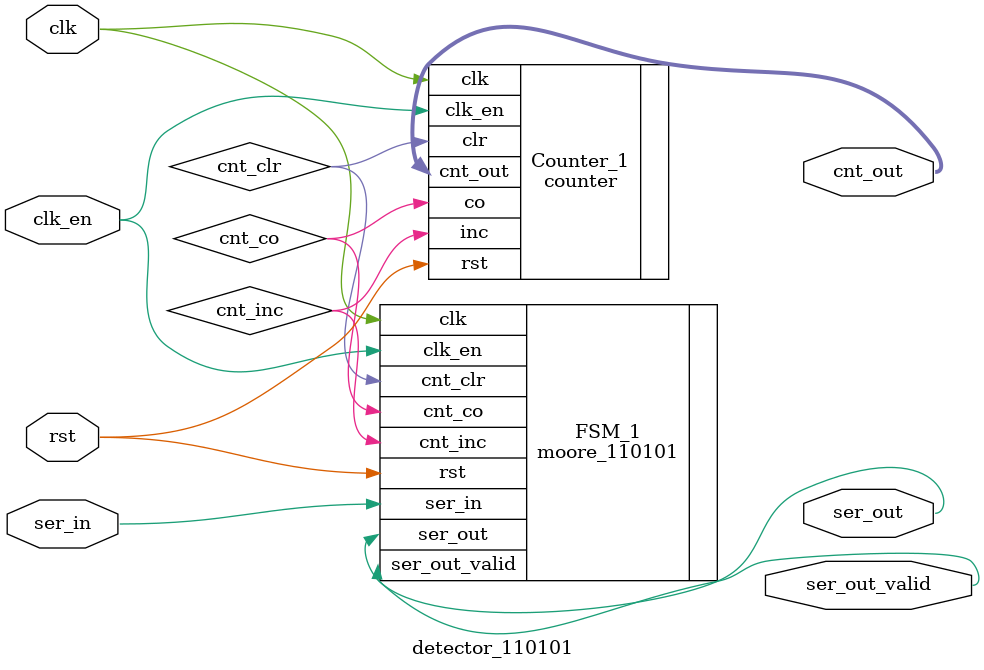
<source format=v>
module detector_110101(ser_in, clk, rst, clk_en,
    ser_out, ser_out_valid, cnt_out);
input           ser_in, clk, rst, clk_en;
output          ser_out, ser_out_valid;
output  [3:0]   cnt_out;

wire        cnt_co, cnt_inc, cnt_clr;
moore_110101 FSM_1(
    .clk(clk),
    .rst(rst),
    .clk_en(clk_en),
    .ser_in(ser_in),
    .cnt_co(cnt_co),
    .ser_out(ser_out),
    .ser_out_valid(ser_out_valid),
    .cnt_inc(cnt_inc),
    .cnt_clr(cnt_clr)
);

counter Counter_1(
    .clk(clk),
    .rst(rst),
    .clk_en(clk_en),
    .inc(cnt_inc),
    .clr(cnt_clr),
    .co(cnt_co),
    .cnt_out(cnt_out)
);

endmodule
</source>
